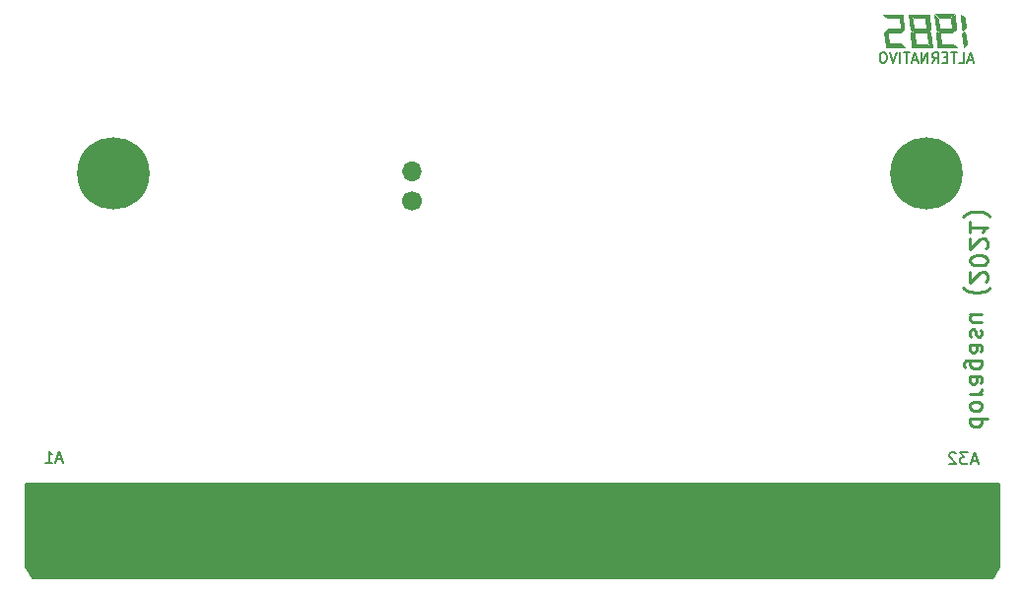
<source format=gbr>
G04 #@! TF.GenerationSoftware,KiCad,Pcbnew,5.1.10*
G04 #@! TF.CreationDate,2021-10-31T11:36:16+01:00*
G04 #@! TF.ProjectId,mega-wifi,6d656761-2d77-4696-9669-2e6b69636164,A1*
G04 #@! TF.SameCoordinates,Original*
G04 #@! TF.FileFunction,Soldermask,Bot*
G04 #@! TF.FilePolarity,Negative*
%FSLAX46Y46*%
G04 Gerber Fmt 4.6, Leading zero omitted, Abs format (unit mm)*
G04 Created by KiCad (PCBNEW 5.1.10) date 2021-10-31 11:36:16*
%MOMM*%
%LPD*%
G01*
G04 APERTURE LIST*
%ADD10C,0.203200*%
%ADD11C,0.254000*%
%ADD12C,0.152400*%
%ADD13C,0.010000*%
%ADD14O,1.700000X1.700000*%
%ADD15C,1.700000*%
%ADD16C,6.223000*%
%ADD17R,1.778000X6.985000*%
%ADD18C,0.100000*%
G04 APERTURE END LIST*
D10*
X185994523Y-120819333D02*
X185510714Y-120819333D01*
X186091285Y-121109619D02*
X185752619Y-120093619D01*
X185413952Y-121109619D01*
X185172047Y-120093619D02*
X184543095Y-120093619D01*
X184881761Y-120480666D01*
X184736619Y-120480666D01*
X184639857Y-120529047D01*
X184591476Y-120577428D01*
X184543095Y-120674190D01*
X184543095Y-120916095D01*
X184591476Y-121012857D01*
X184639857Y-121061238D01*
X184736619Y-121109619D01*
X185026904Y-121109619D01*
X185123666Y-121061238D01*
X185172047Y-121012857D01*
X184156047Y-120190380D02*
X184107666Y-120142000D01*
X184010904Y-120093619D01*
X183769000Y-120093619D01*
X183672238Y-120142000D01*
X183623857Y-120190380D01*
X183575476Y-120287142D01*
X183575476Y-120383904D01*
X183623857Y-120529047D01*
X184204428Y-121109619D01*
X183575476Y-121109619D01*
X107405714Y-120692333D02*
X106921904Y-120692333D01*
X107502476Y-120982619D02*
X107163809Y-119966619D01*
X106825142Y-120982619D01*
X105954285Y-120982619D02*
X106534857Y-120982619D01*
X106244571Y-120982619D02*
X106244571Y-119966619D01*
X106341333Y-120111761D01*
X106438095Y-120208523D01*
X106534857Y-120256904D01*
D11*
X185376428Y-117156428D02*
X186876428Y-117156428D01*
X185447857Y-117156428D02*
X185376428Y-117299285D01*
X185376428Y-117585000D01*
X185447857Y-117727857D01*
X185519285Y-117799285D01*
X185662142Y-117870714D01*
X186090714Y-117870714D01*
X186233571Y-117799285D01*
X186305000Y-117727857D01*
X186376428Y-117585000D01*
X186376428Y-117299285D01*
X186305000Y-117156428D01*
X185376428Y-116227857D02*
X185447857Y-116370714D01*
X185519285Y-116442142D01*
X185662142Y-116513571D01*
X186090714Y-116513571D01*
X186233571Y-116442142D01*
X186305000Y-116370714D01*
X186376428Y-116227857D01*
X186376428Y-116013571D01*
X186305000Y-115870714D01*
X186233571Y-115799285D01*
X186090714Y-115727857D01*
X185662142Y-115727857D01*
X185519285Y-115799285D01*
X185447857Y-115870714D01*
X185376428Y-116013571D01*
X185376428Y-116227857D01*
X185376428Y-115085000D02*
X186376428Y-115085000D01*
X186090714Y-115085000D02*
X186233571Y-115013571D01*
X186305000Y-114942142D01*
X186376428Y-114799285D01*
X186376428Y-114656428D01*
X185376428Y-113513571D02*
X186162142Y-113513571D01*
X186305000Y-113585000D01*
X186376428Y-113727857D01*
X186376428Y-114013571D01*
X186305000Y-114156428D01*
X185447857Y-113513571D02*
X185376428Y-113656428D01*
X185376428Y-114013571D01*
X185447857Y-114156428D01*
X185590714Y-114227857D01*
X185733571Y-114227857D01*
X185876428Y-114156428D01*
X185947857Y-114013571D01*
X185947857Y-113656428D01*
X186019285Y-113513571D01*
X186376428Y-112156428D02*
X185162142Y-112156428D01*
X185019285Y-112227857D01*
X184947857Y-112299285D01*
X184876428Y-112442142D01*
X184876428Y-112656428D01*
X184947857Y-112799285D01*
X185447857Y-112156428D02*
X185376428Y-112299285D01*
X185376428Y-112585000D01*
X185447857Y-112727857D01*
X185519285Y-112799285D01*
X185662142Y-112870714D01*
X186090714Y-112870714D01*
X186233571Y-112799285D01*
X186305000Y-112727857D01*
X186376428Y-112585000D01*
X186376428Y-112299285D01*
X186305000Y-112156428D01*
X185376428Y-110799285D02*
X186162142Y-110799285D01*
X186305000Y-110870714D01*
X186376428Y-111013571D01*
X186376428Y-111299285D01*
X186305000Y-111442142D01*
X185447857Y-110799285D02*
X185376428Y-110942142D01*
X185376428Y-111299285D01*
X185447857Y-111442142D01*
X185590714Y-111513571D01*
X185733571Y-111513571D01*
X185876428Y-111442142D01*
X185947857Y-111299285D01*
X185947857Y-110942142D01*
X186019285Y-110799285D01*
X185447857Y-110156428D02*
X185376428Y-110013571D01*
X185376428Y-109727857D01*
X185447857Y-109585000D01*
X185590714Y-109513571D01*
X185662142Y-109513571D01*
X185805000Y-109585000D01*
X185876428Y-109727857D01*
X185876428Y-109942142D01*
X185947857Y-110085000D01*
X186090714Y-110156428D01*
X186162142Y-110156428D01*
X186305000Y-110085000D01*
X186376428Y-109942142D01*
X186376428Y-109727857D01*
X186305000Y-109585000D01*
X186376428Y-108227857D02*
X185376428Y-108227857D01*
X186376428Y-108870714D02*
X185590714Y-108870714D01*
X185447857Y-108799285D01*
X185376428Y-108656428D01*
X185376428Y-108442142D01*
X185447857Y-108299285D01*
X185519285Y-108227857D01*
X184805000Y-105942142D02*
X184876428Y-106013571D01*
X185090714Y-106156428D01*
X185233571Y-106227857D01*
X185447857Y-106299285D01*
X185805000Y-106370714D01*
X186090714Y-106370714D01*
X186447857Y-106299285D01*
X186662142Y-106227857D01*
X186805000Y-106156428D01*
X187019285Y-106013571D01*
X187090714Y-105942142D01*
X186733571Y-105442142D02*
X186805000Y-105370714D01*
X186876428Y-105227857D01*
X186876428Y-104870714D01*
X186805000Y-104727857D01*
X186733571Y-104656428D01*
X186590714Y-104585000D01*
X186447857Y-104585000D01*
X186233571Y-104656428D01*
X185376428Y-105513571D01*
X185376428Y-104585000D01*
X186876428Y-103656428D02*
X186876428Y-103513571D01*
X186805000Y-103370714D01*
X186733571Y-103299285D01*
X186590714Y-103227857D01*
X186305000Y-103156428D01*
X185947857Y-103156428D01*
X185662142Y-103227857D01*
X185519285Y-103299285D01*
X185447857Y-103370714D01*
X185376428Y-103513571D01*
X185376428Y-103656428D01*
X185447857Y-103799285D01*
X185519285Y-103870714D01*
X185662142Y-103942142D01*
X185947857Y-104013571D01*
X186305000Y-104013571D01*
X186590714Y-103942142D01*
X186733571Y-103870714D01*
X186805000Y-103799285D01*
X186876428Y-103656428D01*
X186733571Y-102585000D02*
X186805000Y-102513571D01*
X186876428Y-102370714D01*
X186876428Y-102013571D01*
X186805000Y-101870714D01*
X186733571Y-101799285D01*
X186590714Y-101727857D01*
X186447857Y-101727857D01*
X186233571Y-101799285D01*
X185376428Y-102656428D01*
X185376428Y-101727857D01*
X185376428Y-100299285D02*
X185376428Y-101156428D01*
X185376428Y-100727857D02*
X186876428Y-100727857D01*
X186662142Y-100870714D01*
X186519285Y-101013571D01*
X186447857Y-101156428D01*
X184805000Y-99799285D02*
X184876428Y-99727857D01*
X185090714Y-99585000D01*
X185233571Y-99513571D01*
X185447857Y-99442142D01*
X185805000Y-99370714D01*
X186090714Y-99370714D01*
X186447857Y-99442142D01*
X186662142Y-99513571D01*
X186805000Y-99585000D01*
X187019285Y-99727857D01*
X187090714Y-99799285D01*
D12*
X185610500Y-86368166D02*
X185187166Y-86368166D01*
X185695166Y-86622166D02*
X185398833Y-85733166D01*
X185102500Y-86622166D01*
X184382833Y-86622166D02*
X184806166Y-86622166D01*
X184806166Y-85733166D01*
X184213500Y-85733166D02*
X183705500Y-85733166D01*
X183959500Y-86622166D02*
X183959500Y-85733166D01*
X183409166Y-86156500D02*
X183112833Y-86156500D01*
X182985833Y-86622166D02*
X183409166Y-86622166D01*
X183409166Y-85733166D01*
X182985833Y-85733166D01*
X182096833Y-86622166D02*
X182393166Y-86198833D01*
X182604833Y-86622166D02*
X182604833Y-85733166D01*
X182266166Y-85733166D01*
X182181500Y-85775500D01*
X182139166Y-85817833D01*
X182096833Y-85902500D01*
X182096833Y-86029500D01*
X182139166Y-86114166D01*
X182181500Y-86156500D01*
X182266166Y-86198833D01*
X182604833Y-86198833D01*
X181715833Y-86622166D02*
X181715833Y-85733166D01*
X181207833Y-86622166D01*
X181207833Y-85733166D01*
X180826833Y-86368166D02*
X180403500Y-86368166D01*
X180911500Y-86622166D02*
X180615166Y-85733166D01*
X180318833Y-86622166D01*
X180149500Y-85733166D02*
X179641500Y-85733166D01*
X179895500Y-86622166D02*
X179895500Y-85733166D01*
X179345166Y-86622166D02*
X179345166Y-85733166D01*
X179048833Y-85733166D02*
X178752500Y-86622166D01*
X178456166Y-85733166D01*
X177990500Y-85733166D02*
X177821166Y-85733166D01*
X177736500Y-85775500D01*
X177651833Y-85860166D01*
X177609500Y-86029500D01*
X177609500Y-86325833D01*
X177651833Y-86495166D01*
X177736500Y-86579833D01*
X177821166Y-86622166D01*
X177990500Y-86622166D01*
X178075166Y-86579833D01*
X178159833Y-86495166D01*
X178202166Y-86325833D01*
X178202166Y-86029500D01*
X178159833Y-85860166D01*
X178075166Y-85775500D01*
X177990500Y-85733166D01*
D13*
G36*
X182684020Y-82795340D02*
G01*
X182339230Y-82485930D01*
X182449850Y-83698550D01*
X182574260Y-83813990D01*
X182758670Y-83619990D01*
X182684020Y-82795340D01*
G37*
X182684020Y-82795340D02*
X182339230Y-82485930D01*
X182449850Y-83698550D01*
X182574260Y-83813990D01*
X182758670Y-83619990D01*
X182684020Y-82795340D01*
G36*
X184987340Y-83611370D02*
G01*
X184912850Y-82763010D01*
X184564660Y-82443660D01*
X184674950Y-83692200D01*
X184803310Y-83810970D01*
X184987340Y-83611370D01*
G37*
X184987340Y-83611370D02*
X184912850Y-82763010D01*
X184564660Y-82443660D01*
X184674950Y-83692200D01*
X184803310Y-83810970D01*
X184987340Y-83611370D01*
G36*
X184706590Y-84052660D02*
G01*
X184815850Y-85296964D01*
X185102960Y-84977846D01*
X185032750Y-84129050D01*
X184816660Y-83929670D01*
X184706590Y-84052660D01*
G37*
X184706590Y-84052660D02*
X184815850Y-85296964D01*
X185102960Y-84977846D01*
X185032750Y-84129050D01*
X184816660Y-83929670D01*
X184706590Y-84052660D01*
G36*
X178018550Y-84031670D02*
G01*
X178128840Y-85223722D01*
X178411600Y-84918710D01*
X178340590Y-84104960D01*
X178124600Y-83913660D01*
X178018550Y-84031670D01*
G37*
X178018550Y-84031670D02*
X178128840Y-85223722D01*
X178411600Y-84918710D01*
X178340590Y-84104960D01*
X178124600Y-83913660D01*
X178018550Y-84031670D01*
G36*
X177885620Y-82437650D02*
G01*
X178225090Y-82743860D01*
X179256060Y-82743860D01*
X179544590Y-82437650D01*
X177885620Y-82437650D01*
G37*
X177885620Y-82437650D02*
X178225090Y-82743860D01*
X179256060Y-82743860D01*
X179544590Y-82437650D01*
X177885620Y-82437650D01*
G36*
X178314270Y-83697300D02*
G01*
X178170230Y-83856370D01*
X178343090Y-84015500D01*
X179417250Y-84015500D01*
X179553100Y-83856370D01*
X179388440Y-83697300D01*
X178314270Y-83697300D01*
G37*
X178314270Y-83697300D02*
X178170230Y-83856370D01*
X178343090Y-84015500D01*
X179417250Y-84015500D01*
X179553100Y-83856370D01*
X179388440Y-83697300D01*
X178314270Y-83697300D01*
G36*
X179718460Y-83694260D02*
G01*
X179608230Y-82476760D01*
X179321170Y-82787260D01*
X179392020Y-83615590D01*
X179608230Y-83810260D01*
X179718460Y-83694260D01*
G37*
X179718460Y-83694260D02*
X179608230Y-82476760D01*
X179321170Y-82787260D01*
X179392020Y-83615590D01*
X179608230Y-83810260D01*
X179718460Y-83694260D01*
G36*
X178176530Y-85291159D02*
G01*
X179769350Y-85291159D01*
X179439320Y-84972908D01*
X178449480Y-84972908D01*
X178176530Y-85291159D01*
G37*
X178176530Y-85291159D02*
X179769350Y-85291159D01*
X179439320Y-84972908D01*
X178449480Y-84972908D01*
X178176530Y-85291159D01*
G36*
X182476820Y-84037960D02*
G01*
X182585980Y-85257468D01*
X182868800Y-84945456D01*
X182798550Y-84112940D01*
X182582670Y-83917410D01*
X182476820Y-84037960D01*
G37*
X182476820Y-84037960D02*
X182585980Y-85257468D01*
X182868800Y-84945456D01*
X182798550Y-84112940D01*
X182582670Y-83917410D01*
X182476820Y-84037960D01*
G36*
X182393490Y-82432330D02*
G01*
X182722310Y-82741620D01*
X183721230Y-82741620D01*
X184000740Y-82432330D01*
X182393490Y-82432330D01*
G37*
X182393490Y-82432330D02*
X182722310Y-82741620D01*
X183721230Y-82741620D01*
X184000740Y-82432330D01*
X182393490Y-82432330D01*
G36*
X182769840Y-83703050D02*
G01*
X182625960Y-83857730D01*
X182798700Y-84012410D01*
X183873140Y-84012410D01*
X184008990Y-83857730D01*
X183844280Y-83703050D01*
X182769840Y-83703050D01*
G37*
X182769840Y-83703050D02*
X182625960Y-83857730D01*
X182798700Y-84012410D01*
X183873140Y-84012410D01*
X184008990Y-83857730D01*
X183844280Y-83703050D01*
X182769840Y-83703050D01*
G36*
X184169200Y-83698490D02*
G01*
X184059820Y-82485810D01*
X183774940Y-82795120D01*
X183845200Y-83620090D01*
X184059820Y-83813990D01*
X184169200Y-83698490D01*
G37*
X184169200Y-83698490D02*
X184059820Y-82485810D01*
X183774940Y-82795120D01*
X183845200Y-83620090D01*
X184059820Y-83813990D01*
X184169200Y-83698490D01*
G36*
X182644240Y-85301847D02*
G01*
X184291600Y-85301847D01*
X183950340Y-85005894D01*
X182926530Y-85005894D01*
X182644240Y-85301847D01*
G37*
X182644240Y-85301847D02*
X184291600Y-85301847D01*
X183950340Y-85005894D01*
X182926530Y-85005894D01*
X182644240Y-85301847D01*
G36*
X180559020Y-83632740D02*
G01*
X180484520Y-82797400D01*
X180141420Y-82484040D01*
X180250910Y-83712330D01*
X180375030Y-83829300D01*
X180559020Y-83632740D01*
G37*
X180559020Y-83632740D02*
X180484520Y-82797400D01*
X180141420Y-82484040D01*
X180250910Y-83712330D01*
X180375030Y-83829300D01*
X180559020Y-83632740D01*
G36*
X180279940Y-84037850D02*
G01*
X180389140Y-85262079D01*
X180672070Y-84948874D01*
X180601820Y-84113100D01*
X180385840Y-83916810D01*
X180279940Y-84037850D01*
G37*
X180279940Y-84037850D02*
X180389140Y-85262079D01*
X180672070Y-84948874D01*
X180601820Y-84113100D01*
X180385840Y-83916810D01*
X180279940Y-84037850D01*
G36*
X180188570Y-82434980D02*
G01*
X180527980Y-82748360D01*
X181559020Y-82748360D01*
X181847530Y-82434980D01*
X180188570Y-82434980D01*
G37*
X180188570Y-82434980D02*
X180527980Y-82748360D01*
X181559020Y-82748360D01*
X181847530Y-82434980D01*
X180188570Y-82434980D01*
G36*
X180561020Y-83703760D02*
G01*
X180412480Y-83860380D01*
X180590810Y-84017070D01*
X181702190Y-84017070D01*
X181839990Y-83860380D01*
X181670070Y-83703760D01*
X180561020Y-83703760D01*
G37*
X180561020Y-83703760D02*
X180412480Y-83860380D01*
X180590810Y-84017070D01*
X181702190Y-84017070D01*
X181839990Y-83860380D01*
X181670070Y-83703760D01*
X180561020Y-83703760D01*
G36*
X181972590Y-83714980D02*
G01*
X181863050Y-82486520D01*
X181575780Y-82799840D01*
X181650320Y-83635230D01*
X181863810Y-83831950D01*
X181972590Y-83714980D01*
G37*
X181972590Y-83714980D02*
X181863050Y-82486520D01*
X181575780Y-82799840D01*
X181650320Y-83635230D01*
X181863810Y-83831950D01*
X181972590Y-83714980D01*
G36*
X180423320Y-85301847D02*
G01*
X182089170Y-85301847D01*
X181741250Y-84988533D01*
X180708160Y-84988533D01*
X180423320Y-85301847D01*
G37*
X180423320Y-85301847D02*
X182089170Y-85301847D01*
X181741250Y-84988533D01*
X180708160Y-84988533D01*
X180423320Y-85301847D01*
G36*
X181765990Y-84951315D02*
G01*
X182113440Y-85264738D01*
X182004210Y-84040510D01*
X181877480Y-83919470D01*
X181695780Y-84115650D01*
X181765990Y-84951315D01*
G37*
X181765990Y-84951315D02*
X182113440Y-85264738D01*
X182004210Y-84040510D01*
X181877480Y-83919470D01*
X181695780Y-84115650D01*
X181765990Y-84951315D01*
D14*
X137426700Y-95961200D03*
D15*
X137426700Y-98501200D03*
D16*
X111760000Y-96139000D03*
X181610000Y-96139000D03*
D17*
X106680000Y-126238000D03*
X111760000Y-126238000D03*
X114300000Y-126238000D03*
X109220000Y-126238000D03*
X116840000Y-126238000D03*
X180340000Y-126238000D03*
X177800000Y-126238000D03*
X182880000Y-126238000D03*
X175260000Y-126238000D03*
X185420000Y-126238000D03*
X119380000Y-126238000D03*
X121920000Y-126238000D03*
X124460000Y-126238000D03*
X127000000Y-126238000D03*
X129540000Y-126238000D03*
X132080000Y-126238000D03*
X134620000Y-126238000D03*
X137160000Y-126238000D03*
X139700000Y-126238000D03*
X142240000Y-126238000D03*
X144780000Y-126238000D03*
X147320000Y-126238000D03*
X149860000Y-126238000D03*
X152400000Y-126238000D03*
X154940000Y-126238000D03*
X157480000Y-126238000D03*
X160020000Y-126238000D03*
X162560000Y-126238000D03*
X165100000Y-126238000D03*
X167640000Y-126238000D03*
X170180000Y-126238000D03*
X172720000Y-126238000D03*
D11*
X187833000Y-129904067D02*
X187274200Y-130835400D01*
X104825800Y-130835400D01*
X104267000Y-129904067D01*
X104267000Y-122783600D01*
X187833000Y-122783600D01*
X187833000Y-129904067D01*
D18*
G36*
X187833000Y-129904067D02*
G01*
X187274200Y-130835400D01*
X104825800Y-130835400D01*
X104267000Y-129904067D01*
X104267000Y-122783600D01*
X187833000Y-122783600D01*
X187833000Y-129904067D01*
G37*
M02*

</source>
